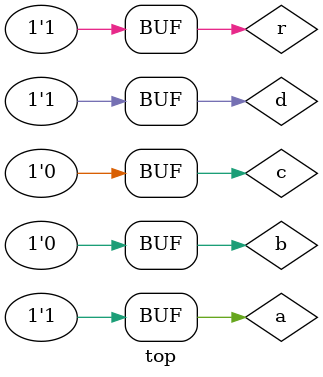
<source format=v>
module top;

reg        a,b,c,d,r;
wire [4:0] out;

tutorial duv(
	.a(a) ,
	.b(b) ,
	.c(c) ,
	.d(d) ,
	.r(r) ,
	.out(out)
);

initial begin
  a = 0;
  b = 0;
  c = 0;
  d = 0;
  r = 0;
  #100
  a = 1;
  b = 0;
  c = 0;
  d = 0;
  r = 1;
  #100
  a = 1;
  b = 1;
  c = 0;
  d = 0;
  r = 1;
  #100 ;
  a = 1;
  b = 0;
  c = 0;
  d = 1;
  r = 1;
end

endmodule
</source>
